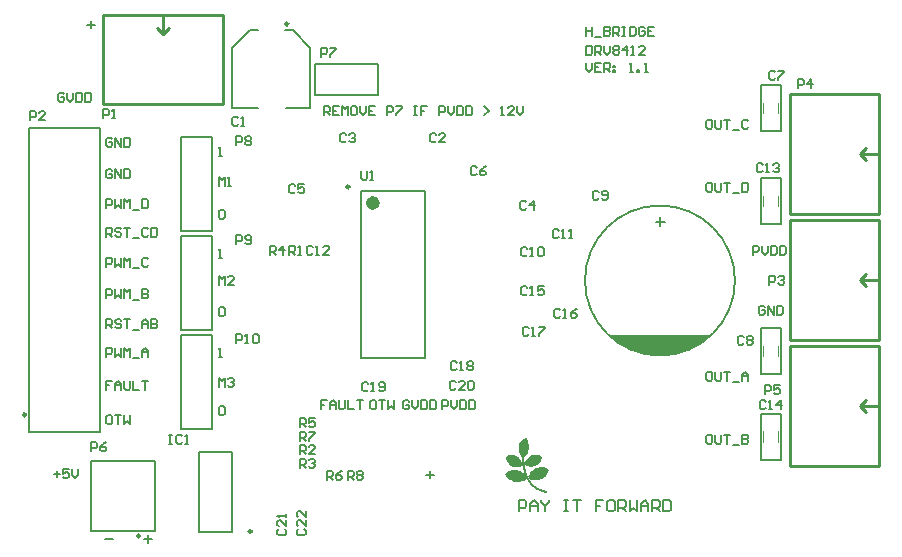
<source format=gto>
G04*
G04 #@! TF.GenerationSoftware,Altium Limited,Altium Designer,20.2.7 (254)*
G04*
G04 Layer_Color=65535*
%FSLAX24Y24*%
%MOIN*%
G70*
G04*
G04 #@! TF.SameCoordinates,4CE69676-7648-4ED1-8A92-EA0B7AD9E3AE*
G04*
G04*
G04 #@! TF.FilePolarity,Positive*
G04*
G01*
G75*
%ADD10C,0.0070*%
%ADD11C,0.0098*%
%ADD12C,0.0236*%
%ADD13R,0.0100X0.0100*%
%ADD14C,0.0079*%
%ADD15C,0.0050*%
%ADD16C,0.0040*%
%ADD17C,0.0100*%
%ADD18C,0.0079*%
G36*
X42606Y25865D02*
X42146Y25665D01*
X41786Y25595D01*
X41446Y25575D01*
X41156Y25585D01*
X40546Y25735D01*
X40206Y25895D01*
X39936Y26065D01*
X39956Y26075D01*
X39696Y26265D01*
X43186D01*
X42606Y25865D01*
D02*
G37*
G36*
X36530Y22272D02*
X36531Y22273D01*
X36531Y22273D01*
X36531Y22274D01*
X36533Y22274D01*
X36535Y22274D01*
X36589Y22265D01*
X36589Y22264D01*
X36590Y22264D01*
X36672Y22233D01*
X36673Y22232D01*
X36673Y22232D01*
X36718Y22204D01*
X36718Y22204D01*
X36718Y22204D01*
X36753Y22175D01*
X36753Y22174D01*
X36754Y22174D01*
X36811Y22085D01*
X36811Y22084D01*
X36811Y22084D01*
X36856Y21983D01*
X36856Y21982D01*
X36856Y21981D01*
Y21914D01*
X36856Y21914D01*
X36856Y21913D01*
X36855Y21912D01*
X36855Y21911D01*
X36854Y21910D01*
X36853Y21910D01*
X36819Y21891D01*
X36818Y21891D01*
X36818Y21890D01*
X36780Y21874D01*
X36779Y21874D01*
X36779Y21874D01*
X36734Y21868D01*
X36734Y21868D01*
X36734Y21868D01*
X36680Y21861D01*
X36680Y21861D01*
X36680Y21861D01*
X36572D01*
X36571Y21862D01*
X36570Y21862D01*
X36532Y21874D01*
X36532Y21874D01*
X36531Y21875D01*
X36471Y21906D01*
X36471Y21907D01*
X36470Y21907D01*
X36401Y21974D01*
X36400Y21974D01*
X36400Y21975D01*
X36374Y22016D01*
X36374Y22016D01*
X36374Y22016D01*
X36355Y22048D01*
X36355Y22048D01*
X36355Y22048D01*
X36320Y22131D01*
X36320Y22131D01*
X36320Y22131D01*
X36301Y22185D01*
X36301Y22186D01*
X36301Y22187D01*
X36301Y22188D01*
X36301Y22189D01*
X36302Y22190D01*
X36303Y22191D01*
X36360Y22235D01*
X36361Y22236D01*
X36361Y22236D01*
X36409Y22252D01*
X36409Y22252D01*
X36409Y22252D01*
X36460Y22268D01*
X36460Y22268D01*
X36461Y22268D01*
X36508Y22274D01*
X36509Y22274D01*
X36509Y22274D01*
X36530Y22272D01*
D02*
G37*
G36*
X37361Y22268D02*
X37362Y22268D01*
X37425Y22252D01*
X37426Y22252D01*
X37426Y22252D01*
X37474Y22230D01*
X37474Y22230D01*
X37474Y22230D01*
X37495Y22219D01*
X37527Y22203D01*
X37528Y22202D01*
X37529Y22201D01*
X37529Y22200D01*
X37529Y22200D01*
X37529Y22199D01*
X37530Y22199D01*
X37530Y22198D01*
X37530Y22198D01*
X37530Y22196D01*
X37531Y22195D01*
X37518Y22147D01*
X37518Y22147D01*
Y22147D01*
X37495Y22093D01*
X37495Y22092D01*
X37495Y22092D01*
X37467Y22047D01*
X37466Y22047D01*
X37466Y22047D01*
X37422Y21990D01*
X37421Y21990D01*
X37421Y21989D01*
X37364Y21939D01*
X37364Y21938D01*
X37363Y21938D01*
X37287Y21900D01*
X37287Y21900D01*
X37287Y21900D01*
X37236Y21881D01*
X37235Y21881D01*
X37234Y21880D01*
X37141Y21873D01*
X37141Y21873D01*
X37141Y21873D01*
X37103D01*
X37102Y21873D01*
X37102Y21873D01*
X37055Y21883D01*
X37055Y21883D01*
X37054Y21883D01*
X37013Y21892D01*
X37013Y21892D01*
X37013Y21892D01*
X36960Y21908D01*
X36938Y21911D01*
X36937Y21912D01*
X36935Y21912D01*
X36920Y21921D01*
X36920Y21922D01*
X36919Y21922D01*
X36918Y21923D01*
X36917Y21925D01*
X36917Y21925D01*
X36917Y21925D01*
X36911Y21982D01*
X36911Y21983D01*
X36911Y21983D01*
X36911Y21984D01*
X36912Y21986D01*
X36931Y22017D01*
X36931Y22018D01*
X36931Y22018D01*
X36953Y22049D01*
X36969Y22075D01*
X36969Y22075D01*
X36969Y22075D01*
X36988Y22097D01*
X37004Y22119D01*
X37004Y22120D01*
X37005Y22120D01*
X37023Y22135D01*
X37035Y22151D01*
X37036Y22151D01*
X37036Y22152D01*
X37065Y22174D01*
X37065Y22174D01*
X37065Y22174D01*
X37126Y22213D01*
X37127Y22213D01*
X37127Y22213D01*
X37184Y22242D01*
X37184Y22242D01*
X37185Y22243D01*
X37239Y22258D01*
X37239Y22258D01*
X37239Y22258D01*
X37299Y22268D01*
X37300Y22268D01*
X37300Y22268D01*
X37361D01*
X37361Y22268D01*
D02*
G37*
G36*
X36978Y22866D02*
X36979Y22866D01*
X36980Y22865D01*
X36982Y22864D01*
D01*
X36982Y22864D01*
X36982Y22864D01*
X37004Y22826D01*
X37004Y22825D01*
X37005Y22825D01*
X37017Y22797D01*
X37039Y22753D01*
X37039Y22752D01*
X37039Y22752D01*
X37058Y22695D01*
Y22695D01*
D01*
X37058Y22695D01*
X37059Y22695D01*
X37081Y22606D01*
X37081Y22606D01*
X37081Y22605D01*
Y22513D01*
X37081Y22512D01*
X37081Y22512D01*
X37075Y22446D01*
X37075Y22446D01*
X37075Y22445D01*
X37075Y22445D01*
X37056Y22372D01*
D01*
X37055Y22372D01*
X37055Y22371D01*
X37033Y22320D01*
X37032Y22320D01*
X37032Y22319D01*
X37015Y22298D01*
X37000Y22281D01*
X37000Y22281D01*
X37000Y22281D01*
X36883Y22142D01*
X36883Y22142D01*
X36883Y22142D01*
X36883Y22141D01*
X36883Y22141D01*
X36881Y22141D01*
X36880Y22140D01*
X36880Y22140D01*
X36879Y22140D01*
X36879Y22140D01*
X36879Y22140D01*
X36878Y22141D01*
X36876Y22141D01*
X36876Y22141D01*
X36876Y22142D01*
X36875Y22142D01*
X36875Y22142D01*
X36847Y22173D01*
X36846Y22174D01*
X36846Y22174D01*
X36818Y22222D01*
X36818Y22222D01*
X36818Y22222D01*
X36786Y22282D01*
X36786Y22282D01*
X36786Y22283D01*
X36757Y22349D01*
X36757Y22350D01*
X36757Y22350D01*
X36738Y22435D01*
X36738Y22436D01*
X36738Y22437D01*
D01*
X36741Y22523D01*
X36741Y22523D01*
X36741Y22524D01*
X36763Y22609D01*
X36763Y22609D01*
X36763Y22610D01*
X36789Y22676D01*
X36789Y22677D01*
X36789Y22677D01*
X36824Y22728D01*
X36824Y22728D01*
X36825Y22729D01*
X36866Y22776D01*
X36866Y22776D01*
X36866Y22777D01*
X36898Y22802D01*
X36933Y22833D01*
D01*
X36933Y22833D01*
X36933Y22834D01*
X36974Y22865D01*
D01*
X36974Y22865D01*
X36975Y22866D01*
D01*
X36976Y22866D01*
X36978Y22866D01*
X36978Y22866D01*
D02*
G37*
G36*
X37512Y21852D02*
X37512Y21852D01*
X37578Y21849D01*
X37581D01*
X37582Y21849D01*
X37583Y21849D01*
X37634Y21833D01*
X37634Y21833D01*
X37634Y21833D01*
X37681Y21814D01*
X37682Y21813D01*
X37683Y21813D01*
X37733Y21772D01*
X37734Y21771D01*
X37735Y21770D01*
X37735Y21769D01*
X37735Y21768D01*
X37735Y21767D01*
X37735Y21766D01*
X37716Y21700D01*
X37716Y21699D01*
X37716Y21699D01*
X37697Y21658D01*
X37697Y21658D01*
X37697Y21657D01*
X37671Y21613D01*
X37671Y21613D01*
X37671Y21613D01*
X37646Y21575D01*
X37646Y21575D01*
X37646Y21574D01*
X37617Y21539D01*
X37617Y21539D01*
X37617Y21539D01*
X37588Y21513D01*
X37588Y21513D01*
X37587Y21513D01*
X37524Y21469D01*
X37524Y21469D01*
X37524Y21468D01*
X37479Y21443D01*
X37479Y21443D01*
X37478Y21443D01*
X37415Y21421D01*
X37415Y21421D01*
X37414Y21420D01*
X37364Y21411D01*
X37363Y21411D01*
X37363Y21411D01*
X37296D01*
X37296Y21411D01*
X37296Y21411D01*
X37153Y21430D01*
X37152Y21430D01*
X37151Y21430D01*
X37075Y21465D01*
X37074Y21466D01*
X37073Y21467D01*
X37073Y21468D01*
X37073Y21468D01*
X37073Y21470D01*
X37072Y21471D01*
X37075Y21488D01*
X37041Y21550D01*
X37041Y21551D01*
X37041Y21551D01*
X37041Y21552D01*
X37041Y21552D01*
X37041Y21553D01*
X37041Y21554D01*
X37041Y21555D01*
X37042Y21556D01*
X37099Y21635D01*
X37099Y21635D01*
X37099Y21635D01*
X37159Y21708D01*
X37160Y21708D01*
X37160Y21708D01*
X37191Y21737D01*
X37192Y21737D01*
X37192Y21737D01*
X37224Y21759D01*
X37224Y21759D01*
X37224Y21760D01*
X37259Y21779D01*
X37316Y21813D01*
X37316Y21813D01*
X37316Y21814D01*
X37383Y21839D01*
X37384Y21839D01*
X37384Y21839D01*
X37450Y21852D01*
X37451Y21852D01*
X37451Y21852D01*
X37512D01*
X37512Y21852D01*
D02*
G37*
G36*
X36647Y21754D02*
X36648Y21754D01*
X36648Y21754D01*
X36708Y21744D01*
X36709Y21744D01*
X36709Y21744D01*
X36747Y21731D01*
X36747Y21731D01*
X36747Y21731D01*
X36801Y21709D01*
X36801Y21709D01*
X36801Y21709D01*
X36849Y21687D01*
X36849Y21687D01*
X36849Y21687D01*
X36882Y21667D01*
X36882Y21667D01*
X36884Y21668D01*
X36884Y21668D01*
X36884Y21668D01*
X36886Y21668D01*
X36888Y21668D01*
X36941Y21633D01*
X36942Y21631D01*
X36944Y21630D01*
X36944Y21630D01*
X36944Y21629D01*
X36943Y21628D01*
X36943Y21626D01*
X36943Y21626D01*
X36943Y21625D01*
X36941Y21624D01*
X36940Y21623D01*
X36940Y21623D01*
X36939Y21623D01*
X36938Y21623D01*
X36936Y21624D01*
X36936Y21624D01*
X36955Y21600D01*
X36955Y21600D01*
X36955Y21600D01*
X36956Y21598D01*
X36956Y21596D01*
X36956Y21596D01*
X36956Y21596D01*
X36954Y21580D01*
X36980Y21553D01*
X36981Y21552D01*
X36981Y21551D01*
X37019Y21459D01*
X37019Y21458D01*
X37020Y21457D01*
X37019Y21457D01*
X37019Y21456D01*
X37019Y21455D01*
Y21455D01*
X37019Y21455D01*
X37018Y21454D01*
X37017Y21453D01*
X37017Y21452D01*
X36915Y21402D01*
X36915Y21402D01*
X36915Y21402D01*
X36851Y21379D01*
X36851Y21379D01*
X36851Y21379D01*
X36788Y21360D01*
X36787Y21360D01*
X36787Y21360D01*
X36724Y21354D01*
X36723Y21354D01*
X36723Y21354D01*
X36634Y21357D01*
X36634Y21357D01*
X36633Y21357D01*
X36586Y21366D01*
X36586Y21367D01*
X36585Y21367D01*
X36537Y21386D01*
X36537Y21386D01*
X36537Y21386D01*
X36486Y21408D01*
X36486Y21408D01*
X36486Y21408D01*
X36432Y21440D01*
X36432Y21441D01*
X36431Y21441D01*
X36419Y21453D01*
X36409Y21455D01*
X36407Y21456D01*
X36405Y21457D01*
X36377Y21492D01*
X36352Y21520D01*
X36352Y21520D01*
X36351Y21520D01*
X36326Y21552D01*
X36326Y21552D01*
X36326Y21553D01*
X36310Y21581D01*
X36310Y21582D01*
X36310Y21582D01*
X36294Y21616D01*
X36294Y21618D01*
X36293Y21619D01*
X36294Y21620D01*
X36294Y21621D01*
X36294Y21621D01*
X36295Y21623D01*
X36355Y21680D01*
X36356Y21680D01*
X36356Y21680D01*
X36397Y21712D01*
X36397Y21712D01*
X36398Y21712D01*
X36430Y21725D01*
X36452Y21735D01*
X36452Y21735D01*
X36452Y21735D01*
X36490Y21747D01*
X36491Y21747D01*
X36491Y21748D01*
X36529Y21754D01*
X36529Y21754D01*
X36530Y21754D01*
X36574Y21757D01*
X36574Y21757D01*
X36575Y21757D01*
X36647Y21754D01*
D02*
G37*
D10*
X43946Y28075D02*
G03*
X43946Y28075I-2500J0D01*
G01*
X41306Y30025D02*
X41616D01*
X41456Y29885D02*
Y30175D01*
X36746Y20375D02*
Y20750D01*
X36933D01*
X36996Y20687D01*
Y20562D01*
X36933Y20500D01*
X36746D01*
X37121Y20375D02*
Y20625D01*
X37246Y20750D01*
X37370Y20625D01*
Y20375D01*
Y20562D01*
X37121D01*
X37495Y20750D02*
Y20687D01*
X37620Y20562D01*
X37745Y20687D01*
Y20750D01*
X37620Y20562D02*
Y20375D01*
X38245Y20750D02*
X38370D01*
X38308D01*
Y20375D01*
X38245D01*
X38370D01*
X38558Y20750D02*
X38807D01*
X38683D01*
Y20375D01*
X39557Y20750D02*
X39307D01*
Y20562D01*
X39432D01*
X39307D01*
Y20375D01*
X39870Y20750D02*
X39745D01*
X39682Y20687D01*
Y20437D01*
X39745Y20375D01*
X39870D01*
X39932Y20437D01*
Y20687D01*
X39870Y20750D01*
X40057Y20375D02*
Y20750D01*
X40245D01*
X40307Y20687D01*
Y20562D01*
X40245Y20500D01*
X40057D01*
X40182D02*
X40307Y20375D01*
X40432Y20750D02*
Y20375D01*
X40557Y20500D01*
X40682Y20375D01*
Y20750D01*
X40807Y20375D02*
Y20625D01*
X40932Y20750D01*
X41057Y20625D01*
Y20375D01*
Y20562D01*
X40807D01*
X41182Y20375D02*
Y20750D01*
X41369D01*
X41432Y20687D01*
Y20562D01*
X41369Y20500D01*
X41182D01*
X41307D02*
X41432Y20375D01*
X41557Y20750D02*
Y20375D01*
X41744D01*
X41807Y20437D01*
Y20687D01*
X41744Y20750D01*
X41557D01*
D11*
X29057Y36631D02*
G03*
X29057Y36631I-49J0D01*
G01*
X31099Y31195D02*
G03*
X31099Y31195I-49J0D01*
G01*
X20311Y23600D02*
G03*
X20311Y23600I-49J0D01*
G01*
X27837Y19706D02*
G03*
X27837Y19706I-49J0D01*
G01*
X24113Y19562D02*
G03*
X24113Y19562I-49J0D01*
G01*
D12*
X31995Y30657D02*
G03*
X31995Y30657I-118J0D01*
G01*
D13*
X37646Y21025D02*
D03*
D14*
X25470Y23141D02*
X26530D01*
Y26259D01*
X25470D02*
X26530D01*
X25470Y23141D02*
Y26259D01*
Y26441D02*
X26530D01*
Y29559D01*
X25470D02*
X26530D01*
X25470Y26441D02*
Y29559D01*
Y29741D02*
X26530D01*
Y32859D01*
X25470D02*
X26530D01*
X25470Y29741D02*
Y32859D01*
X32055Y34245D02*
Y35305D01*
X29937D02*
X32055D01*
X29937Y34245D02*
Y35305D01*
Y34245D02*
X32055D01*
X27196Y35834D02*
X27787Y36424D01*
X29204D02*
X29795Y35834D01*
X28988Y33826D02*
X29795D01*
X27196D02*
X28043D01*
X29795D02*
Y35834D01*
X27196Y33826D02*
Y35834D01*
X28948Y36424D02*
X29204D01*
X27787D02*
X28043D01*
X31483Y25499D02*
X33609D01*
X31483Y31051D02*
X33609D01*
Y25499D02*
Y31051D01*
X31483Y25499D02*
Y31051D01*
X20429Y23033D02*
Y33167D01*
Y23033D02*
X22771D01*
Y33167D01*
X20429D02*
X22771D01*
X27197Y19706D02*
Y22344D01*
X26094Y19706D02*
Y22344D01*
Y19706D02*
X27197D01*
X26094Y22344D02*
X27197D01*
X22497Y19729D02*
Y22071D01*
X24630D01*
Y19729D02*
Y22071D01*
X22497Y19729D02*
X24630D01*
D15*
X44816Y29955D02*
X45486D01*
X44816D02*
Y31485D01*
X45486D01*
Y29955D02*
Y31485D01*
X44816Y33055D02*
X45486D01*
X44816D02*
Y34585D01*
X45486D01*
Y33055D02*
Y34585D01*
X44816Y24955D02*
X45486D01*
X44816D02*
Y26485D01*
X45486D01*
Y24955D02*
Y26485D01*
X44816Y22105D02*
X45486D01*
X44816D02*
Y23635D01*
X45486D01*
Y22105D02*
Y23635D01*
X23146Y23575D02*
X23046D01*
X22996Y23525D01*
Y23325D01*
X23046Y23275D01*
X23146D01*
X23196Y23325D01*
Y23525D01*
X23146Y23575D01*
X23296D02*
X23496D01*
X23396D01*
Y23275D01*
X23595Y23575D02*
Y23275D01*
X23695Y23375D01*
X23795Y23275D01*
Y23575D01*
X21246Y21625D02*
X21446D01*
X21346Y21725D02*
Y21525D01*
X21746Y21775D02*
X21546D01*
Y21625D01*
X21646Y21675D01*
X21696D01*
X21746Y21625D01*
Y21525D01*
X21696Y21475D01*
X21596D01*
X21546Y21525D01*
X21845Y21775D02*
Y21575D01*
X21945Y21475D01*
X22045Y21575D01*
Y21775D01*
X43146Y33425D02*
X43046D01*
X42996Y33375D01*
Y33175D01*
X43046Y33125D01*
X43146D01*
X43196Y33175D01*
Y33375D01*
X43146Y33425D01*
X43296D02*
Y33175D01*
X43346Y33125D01*
X43446D01*
X43496Y33175D01*
Y33425D01*
X43595D02*
X43795D01*
X43695D01*
Y33125D01*
X43895Y33075D02*
X44095D01*
X44395Y33375D02*
X44345Y33425D01*
X44245D01*
X44195Y33375D01*
Y33175D01*
X44245Y33125D01*
X44345D01*
X44395Y33175D01*
X43146Y31325D02*
X43046D01*
X42996Y31275D01*
Y31075D01*
X43046Y31025D01*
X43146D01*
X43196Y31075D01*
Y31275D01*
X43146Y31325D01*
X43296D02*
Y31075D01*
X43346Y31025D01*
X43446D01*
X43496Y31075D01*
Y31325D01*
X43595D02*
X43795D01*
X43695D01*
Y31025D01*
X43895Y30975D02*
X44095D01*
X44195Y31325D02*
Y31025D01*
X44345D01*
X44395Y31075D01*
Y31275D01*
X44345Y31325D01*
X44195D01*
X43146Y22925D02*
X43046D01*
X42996Y22875D01*
Y22675D01*
X43046Y22625D01*
X43146D01*
X43196Y22675D01*
Y22875D01*
X43146Y22925D01*
X43296D02*
Y22675D01*
X43346Y22625D01*
X43446D01*
X43496Y22675D01*
Y22925D01*
X43595D02*
X43795D01*
X43695D01*
Y22625D01*
X43895Y22575D02*
X44095D01*
X44195Y22925D02*
Y22625D01*
X44345D01*
X44395Y22675D01*
Y22725D01*
X44345Y22775D01*
X44195D01*
X44345D01*
X44395Y22825D01*
Y22875D01*
X44345Y22925D01*
X44195D01*
X43146Y25025D02*
X43046D01*
X42996Y24975D01*
Y24775D01*
X43046Y24725D01*
X43146D01*
X43196Y24775D01*
Y24975D01*
X43146Y25025D01*
X43296D02*
Y24775D01*
X43346Y24725D01*
X43446D01*
X43496Y24775D01*
Y25025D01*
X43595D02*
X43795D01*
X43695D01*
Y24725D01*
X43895Y24675D02*
X44095D01*
X44195Y24725D02*
Y24925D01*
X44295Y25025D01*
X44395Y24925D01*
Y24725D01*
Y24875D01*
X44195D01*
X44946Y27175D02*
X44896Y27225D01*
X44796D01*
X44746Y27175D01*
Y26975D01*
X44796Y26925D01*
X44896D01*
X44946Y26975D01*
Y27075D01*
X44846D01*
X45046Y26925D02*
Y27225D01*
X45246Y26925D01*
Y27225D01*
X45345D02*
Y26925D01*
X45495D01*
X45545Y26975D01*
Y27175D01*
X45495Y27225D01*
X45345D01*
X44546Y28925D02*
Y29225D01*
X44696D01*
X44746Y29175D01*
Y29075D01*
X44696Y29025D01*
X44546D01*
X44846Y29225D02*
Y29025D01*
X44946Y28925D01*
X45046Y29025D01*
Y29225D01*
X45145D02*
Y28925D01*
X45295D01*
X45345Y28975D01*
Y29175D01*
X45295Y29225D01*
X45145D01*
X45445D02*
Y28925D01*
X45595D01*
X45645Y28975D01*
Y29175D01*
X45595Y29225D01*
X45445D01*
X34196Y23775D02*
Y24075D01*
X34346D01*
X34396Y24025D01*
Y23925D01*
X34346Y23875D01*
X34196D01*
X34496Y24075D02*
Y23875D01*
X34596Y23775D01*
X34696Y23875D01*
Y24075D01*
X34795D02*
Y23775D01*
X34945D01*
X34995Y23825D01*
Y24025D01*
X34945Y24075D01*
X34795D01*
X35095D02*
Y23775D01*
X35245D01*
X35295Y23825D01*
Y24025D01*
X35245Y24075D01*
X35095D01*
X33096Y24025D02*
X33046Y24075D01*
X32946D01*
X32896Y24025D01*
Y23825D01*
X32946Y23775D01*
X33046D01*
X33096Y23825D01*
Y23925D01*
X32996D01*
X33196Y24075D02*
Y23875D01*
X33296Y23775D01*
X33396Y23875D01*
Y24075D01*
X33495D02*
Y23775D01*
X33645D01*
X33695Y23825D01*
Y24025D01*
X33645Y24075D01*
X33495D01*
X33795D02*
Y23775D01*
X33945D01*
X33995Y23825D01*
Y24025D01*
X33945Y24075D01*
X33795D01*
X31946D02*
X31846D01*
X31796Y24025D01*
Y23825D01*
X31846Y23775D01*
X31946D01*
X31996Y23825D01*
Y24025D01*
X31946Y24075D01*
X32096D02*
X32296D01*
X32196D01*
Y23775D01*
X32395Y24075D02*
Y23775D01*
X32495Y23875D01*
X32595Y23775D01*
Y24075D01*
X30346D02*
X30146D01*
Y23925D01*
X30246D01*
X30146D01*
Y23775D01*
X30446D02*
Y23975D01*
X30546Y24075D01*
X30646Y23975D01*
Y23775D01*
Y23925D01*
X30446D01*
X30745Y24075D02*
Y23825D01*
X30795Y23775D01*
X30895D01*
X30945Y23825D01*
Y24075D01*
X31045D02*
Y23775D01*
X31245D01*
X31345Y24075D02*
X31545D01*
X31445D01*
Y23775D01*
X21596Y34275D02*
X21546Y34325D01*
X21446D01*
X21396Y34275D01*
Y34075D01*
X21446Y34025D01*
X21546D01*
X21596Y34075D01*
Y34175D01*
X21496D01*
X21696Y34325D02*
Y34125D01*
X21796Y34025D01*
X21896Y34125D01*
Y34325D01*
X21995D02*
Y34025D01*
X22145D01*
X22195Y34075D01*
Y34275D01*
X22145Y34325D01*
X21995D01*
X22295D02*
Y34025D01*
X22445D01*
X22495Y34075D01*
Y34275D01*
X22445Y34325D01*
X22295D01*
X38996Y36525D02*
Y36225D01*
Y36375D01*
X39196D01*
Y36525D01*
Y36225D01*
X39296Y36175D02*
X39496D01*
X39595Y36525D02*
Y36225D01*
X39745D01*
X39795Y36275D01*
Y36325D01*
X39745Y36375D01*
X39595D01*
X39745D01*
X39795Y36425D01*
Y36475D01*
X39745Y36525D01*
X39595D01*
X39895Y36225D02*
Y36525D01*
X40045D01*
X40095Y36475D01*
Y36375D01*
X40045Y36325D01*
X39895D01*
X39995D02*
X40095Y36225D01*
X40195Y36525D02*
X40295D01*
X40245D01*
Y36225D01*
X40195D01*
X40295D01*
X40445Y36525D02*
Y36225D01*
X40595D01*
X40645Y36275D01*
Y36475D01*
X40595Y36525D01*
X40445D01*
X40945Y36475D02*
X40895Y36525D01*
X40795D01*
X40745Y36475D01*
Y36275D01*
X40795Y36225D01*
X40895D01*
X40945Y36275D01*
Y36375D01*
X40845D01*
X41245Y36525D02*
X41045D01*
Y36225D01*
X41245D01*
X41045Y36375D02*
X41145D01*
X38996Y35900D02*
Y35600D01*
X39146D01*
X39196Y35650D01*
Y35850D01*
X39146Y35900D01*
X38996D01*
X39296Y35600D02*
Y35900D01*
X39446D01*
X39496Y35850D01*
Y35750D01*
X39446Y35700D01*
X39296D01*
X39396D02*
X39496Y35600D01*
X39595Y35900D02*
Y35700D01*
X39695Y35600D01*
X39795Y35700D01*
Y35900D01*
X39895Y35850D02*
X39945Y35900D01*
X40045D01*
X40095Y35850D01*
Y35800D01*
X40045Y35750D01*
X40095Y35700D01*
Y35650D01*
X40045Y35600D01*
X39945D01*
X39895Y35650D01*
Y35700D01*
X39945Y35750D01*
X39895Y35800D01*
Y35850D01*
X39945Y35750D02*
X40045D01*
X40345Y35600D02*
Y35900D01*
X40195Y35750D01*
X40395D01*
X40495Y35600D02*
X40595D01*
X40545D01*
Y35900D01*
X40495Y35850D01*
X40945Y35600D02*
X40745D01*
X40945Y35800D01*
Y35850D01*
X40895Y35900D01*
X40795D01*
X40745Y35850D01*
X38996Y35325D02*
Y35125D01*
X39096Y35025D01*
X39196Y35125D01*
Y35325D01*
X39496D02*
X39296D01*
Y35025D01*
X39496D01*
X39296Y35175D02*
X39396D01*
X39595Y35025D02*
Y35325D01*
X39745D01*
X39795Y35275D01*
Y35175D01*
X39745Y35125D01*
X39595D01*
X39695D02*
X39795Y35025D01*
X39895Y35225D02*
X39945D01*
Y35175D01*
X39895D01*
Y35225D01*
Y35075D02*
X39945D01*
Y35025D01*
X39895D01*
Y35075D01*
X40445Y35025D02*
X40545D01*
X40495D01*
Y35325D01*
X40445Y35275D01*
X40695Y35025D02*
Y35075D01*
X40745D01*
Y35025D01*
X40695D01*
X40945D02*
X41045D01*
X40995D01*
Y35325D01*
X40945Y35275D01*
X30246Y33575D02*
Y33875D01*
X30396D01*
X30446Y33825D01*
Y33725D01*
X30396Y33675D01*
X30246D01*
X30346D02*
X30446Y33575D01*
X30746Y33875D02*
X30546D01*
Y33575D01*
X30746D01*
X30546Y33725D02*
X30646D01*
X30845Y33575D02*
Y33875D01*
X30945Y33775D01*
X31045Y33875D01*
Y33575D01*
X31295Y33875D02*
X31195D01*
X31145Y33825D01*
Y33625D01*
X31195Y33575D01*
X31295D01*
X31345Y33625D01*
Y33825D01*
X31295Y33875D01*
X31445D02*
Y33675D01*
X31545Y33575D01*
X31645Y33675D01*
Y33875D01*
X31945D02*
X31745D01*
Y33575D01*
X31945D01*
X31745Y33725D02*
X31845D01*
X32345Y33575D02*
Y33875D01*
X32495D01*
X32545Y33825D01*
Y33725D01*
X32495Y33675D01*
X32345D01*
X32645Y33875D02*
X32845D01*
Y33825D01*
X32645Y33625D01*
Y33575D01*
X33245Y33875D02*
X33345D01*
X33295D01*
Y33575D01*
X33245D01*
X33345D01*
X33695Y33875D02*
X33495D01*
Y33725D01*
X33595D01*
X33495D01*
Y33575D01*
X34094D02*
Y33875D01*
X34244D01*
X34294Y33825D01*
Y33725D01*
X34244Y33675D01*
X34094D01*
X34394Y33875D02*
Y33675D01*
X34494Y33575D01*
X34594Y33675D01*
Y33875D01*
X34694D02*
Y33575D01*
X34844D01*
X34894Y33625D01*
Y33825D01*
X34844Y33875D01*
X34694D01*
X34994D02*
Y33575D01*
X35144D01*
X35194Y33625D01*
Y33825D01*
X35144Y33875D01*
X34994D01*
X35594Y33575D02*
X35744Y33725D01*
X35594Y33875D01*
X36144Y33575D02*
X36244D01*
X36194D01*
Y33875D01*
X36144Y33825D01*
X36594Y33575D02*
X36394D01*
X36594Y33775D01*
Y33825D01*
X36544Y33875D01*
X36444D01*
X36394Y33825D01*
X36694Y33875D02*
Y33675D01*
X36794Y33575D01*
X36894Y33675D01*
Y33875D01*
X23196Y24725D02*
X22996D01*
Y24575D01*
X23096D01*
X22996D01*
Y24425D01*
X23296D02*
Y24625D01*
X23396Y24725D01*
X23496Y24625D01*
Y24425D01*
Y24575D01*
X23296D01*
X23595Y24725D02*
Y24475D01*
X23645Y24425D01*
X23745D01*
X23795Y24475D01*
Y24725D01*
X23895D02*
Y24425D01*
X24095D01*
X24195Y24725D02*
X24395D01*
X24295D01*
Y24425D01*
X22996Y25525D02*
Y25825D01*
X23146D01*
X23196Y25775D01*
Y25675D01*
X23146Y25625D01*
X22996D01*
X23296Y25825D02*
Y25525D01*
X23396Y25625D01*
X23496Y25525D01*
Y25825D01*
X23595Y25525D02*
Y25825D01*
X23695Y25725D01*
X23795Y25825D01*
Y25525D01*
X23895Y25475D02*
X24095D01*
X24195Y25525D02*
Y25725D01*
X24295Y25825D01*
X24395Y25725D01*
Y25525D01*
Y25675D01*
X24195D01*
X22996Y26475D02*
Y26775D01*
X23146D01*
X23196Y26725D01*
Y26625D01*
X23146Y26575D01*
X22996D01*
X23096D02*
X23196Y26475D01*
X23496Y26725D02*
X23446Y26775D01*
X23346D01*
X23296Y26725D01*
Y26675D01*
X23346Y26625D01*
X23446D01*
X23496Y26575D01*
Y26525D01*
X23446Y26475D01*
X23346D01*
X23296Y26525D01*
X23595Y26775D02*
X23795D01*
X23695D01*
Y26475D01*
X23895Y26425D02*
X24095D01*
X24195Y26475D02*
Y26675D01*
X24295Y26775D01*
X24395Y26675D01*
Y26475D01*
Y26625D01*
X24195D01*
X24495Y26775D02*
Y26475D01*
X24645D01*
X24695Y26525D01*
Y26575D01*
X24645Y26625D01*
X24495D01*
X24645D01*
X24695Y26675D01*
Y26725D01*
X24645Y26775D01*
X24495D01*
X22996Y27475D02*
Y27775D01*
X23146D01*
X23196Y27725D01*
Y27625D01*
X23146Y27575D01*
X22996D01*
X23296Y27775D02*
Y27475D01*
X23396Y27575D01*
X23496Y27475D01*
Y27775D01*
X23595Y27475D02*
Y27775D01*
X23695Y27675D01*
X23795Y27775D01*
Y27475D01*
X23895Y27425D02*
X24095D01*
X24195Y27775D02*
Y27475D01*
X24345D01*
X24395Y27525D01*
Y27575D01*
X24345Y27625D01*
X24195D01*
X24345D01*
X24395Y27675D01*
Y27725D01*
X24345Y27775D01*
X24195D01*
X22996Y28525D02*
Y28825D01*
X23146D01*
X23196Y28775D01*
Y28675D01*
X23146Y28625D01*
X22996D01*
X23296Y28825D02*
Y28525D01*
X23396Y28625D01*
X23496Y28525D01*
Y28825D01*
X23595Y28525D02*
Y28825D01*
X23695Y28725D01*
X23795Y28825D01*
Y28525D01*
X23895Y28475D02*
X24095D01*
X24395Y28775D02*
X24345Y28825D01*
X24245D01*
X24195Y28775D01*
Y28575D01*
X24245Y28525D01*
X24345D01*
X24395Y28575D01*
X22996Y29525D02*
Y29825D01*
X23146D01*
X23196Y29775D01*
Y29675D01*
X23146Y29625D01*
X22996D01*
X23096D02*
X23196Y29525D01*
X23496Y29775D02*
X23446Y29825D01*
X23346D01*
X23296Y29775D01*
Y29725D01*
X23346Y29675D01*
X23446D01*
X23496Y29625D01*
Y29575D01*
X23446Y29525D01*
X23346D01*
X23296Y29575D01*
X23595Y29825D02*
X23795D01*
X23695D01*
Y29525D01*
X23895Y29475D02*
X24095D01*
X24395Y29775D02*
X24345Y29825D01*
X24245D01*
X24195Y29775D01*
Y29575D01*
X24245Y29525D01*
X24345D01*
X24395Y29575D01*
X24495Y29825D02*
Y29525D01*
X24645D01*
X24695Y29575D01*
Y29775D01*
X24645Y29825D01*
X24495D01*
X22996Y30475D02*
Y30775D01*
X23146D01*
X23196Y30725D01*
Y30625D01*
X23146Y30575D01*
X22996D01*
X23296Y30775D02*
Y30475D01*
X23396Y30575D01*
X23496Y30475D01*
Y30775D01*
X23595Y30475D02*
Y30775D01*
X23695Y30675D01*
X23795Y30775D01*
Y30475D01*
X23895Y30425D02*
X24095D01*
X24195Y30775D02*
Y30475D01*
X24345D01*
X24395Y30525D01*
Y30725D01*
X24345Y30775D01*
X24195D01*
X23196Y31725D02*
X23146Y31775D01*
X23046D01*
X22996Y31725D01*
Y31525D01*
X23046Y31475D01*
X23146D01*
X23196Y31525D01*
Y31625D01*
X23096D01*
X23296Y31475D02*
Y31775D01*
X23496Y31475D01*
Y31775D01*
X23595D02*
Y31475D01*
X23745D01*
X23795Y31525D01*
Y31725D01*
X23745Y31775D01*
X23595D01*
X23196Y32775D02*
X23146Y32825D01*
X23046D01*
X22996Y32775D01*
Y32575D01*
X23046Y32525D01*
X23146D01*
X23196Y32575D01*
Y32675D01*
X23096D01*
X23296Y32525D02*
Y32825D01*
X23496Y32525D01*
Y32825D01*
X23595D02*
Y32525D01*
X23745D01*
X23795Y32575D01*
Y32775D01*
X23745Y32825D01*
X23595D01*
X26746Y30375D02*
X26796Y30425D01*
X26896D01*
X26946Y30375D01*
Y30175D01*
X26896Y30125D01*
X26796D01*
X26746Y30175D01*
Y30375D01*
Y27125D02*
X26796Y27175D01*
X26896D01*
X26946Y27125D01*
Y26925D01*
X26896Y26875D01*
X26796D01*
X26746Y26925D01*
Y27125D01*
Y23825D02*
X26796Y23875D01*
X26896D01*
X26946Y23825D01*
Y23625D01*
X26896Y23575D01*
X26796D01*
X26746Y23625D01*
Y23825D01*
Y25525D02*
X26846D01*
X26796D01*
Y25825D01*
X26746Y25775D01*
Y28825D02*
X26846D01*
X26796D01*
Y29125D01*
X26746Y29075D01*
Y32225D02*
X26846D01*
X26796D01*
Y32525D01*
X26746Y32475D01*
Y24525D02*
Y24825D01*
X26846Y24725D01*
X26946Y24825D01*
Y24525D01*
X27046Y24775D02*
X27096Y24825D01*
X27196D01*
X27246Y24775D01*
Y24725D01*
X27196Y24675D01*
X27146D01*
X27196D01*
X27246Y24625D01*
Y24575D01*
X27196Y24525D01*
X27096D01*
X27046Y24575D01*
X26746Y31225D02*
Y31525D01*
X26846Y31425D01*
X26946Y31525D01*
Y31225D01*
X27046D02*
X27146D01*
X27096D01*
Y31525D01*
X27046Y31475D01*
X26746Y27925D02*
Y28225D01*
X26846Y28125D01*
X26946Y28225D01*
Y27925D01*
X27246D02*
X27046D01*
X27246Y28125D01*
Y28175D01*
X27196Y28225D01*
X27096D01*
X27046Y28175D01*
X22946Y19454D02*
X23203D01*
X33774Y21732D02*
Y21475D01*
X33646Y21604D02*
X33903D01*
X22474Y36732D02*
Y36475D01*
X22346Y36604D02*
X22603D01*
X24374Y19582D02*
Y19325D01*
X24246Y19454D02*
X24503D01*
X22496Y22375D02*
Y22675D01*
X22646D01*
X22696Y22625D01*
Y22525D01*
X22646Y22475D01*
X22496D01*
X22996Y22675D02*
X22896Y22625D01*
X22796Y22525D01*
Y22425D01*
X22846Y22375D01*
X22946D01*
X22996Y22425D01*
Y22475D01*
X22946Y22525D01*
X22796D01*
X31496Y31725D02*
Y31475D01*
X31546Y31425D01*
X31646D01*
X31696Y31475D01*
Y31725D01*
X31796Y31425D02*
X31896D01*
X31846D01*
Y31725D01*
X31796Y31675D01*
X31046Y21425D02*
Y21725D01*
X31196D01*
X31246Y21675D01*
Y21575D01*
X31196Y21525D01*
X31046D01*
X31146D02*
X31246Y21425D01*
X31346Y21675D02*
X31396Y21725D01*
X31496D01*
X31546Y21675D01*
Y21625D01*
X31496Y21575D01*
X31546Y21525D01*
Y21475D01*
X31496Y21425D01*
X31396D01*
X31346Y21475D01*
Y21525D01*
X31396Y21575D01*
X31346Y21625D01*
Y21675D01*
X31396Y21575D02*
X31496D01*
X29446Y22725D02*
Y23025D01*
X29596D01*
X29646Y22975D01*
Y22875D01*
X29596Y22825D01*
X29446D01*
X29546D02*
X29646Y22725D01*
X29746Y23025D02*
X29946D01*
Y22975D01*
X29746Y22775D01*
Y22725D01*
X30346Y21425D02*
Y21725D01*
X30496D01*
X30546Y21675D01*
Y21575D01*
X30496Y21525D01*
X30346D01*
X30446D02*
X30546Y21425D01*
X30846Y21725D02*
X30746Y21675D01*
X30646Y21575D01*
Y21475D01*
X30696Y21425D01*
X30796D01*
X30846Y21475D01*
Y21525D01*
X30796Y21575D01*
X30646D01*
X29446Y23175D02*
Y23475D01*
X29596D01*
X29646Y23425D01*
Y23325D01*
X29596Y23275D01*
X29446D01*
X29546D02*
X29646Y23175D01*
X29946Y23475D02*
X29746D01*
Y23325D01*
X29846Y23375D01*
X29896D01*
X29946Y23325D01*
Y23225D01*
X29896Y23175D01*
X29796D01*
X29746Y23225D01*
X28446Y28925D02*
Y29225D01*
X28596D01*
X28646Y29175D01*
Y29075D01*
X28596Y29025D01*
X28446D01*
X28546D02*
X28646Y28925D01*
X28896D02*
Y29225D01*
X28746Y29075D01*
X28946D01*
X29446Y21825D02*
Y22125D01*
X29596D01*
X29646Y22075D01*
Y21975D01*
X29596Y21925D01*
X29446D01*
X29546D02*
X29646Y21825D01*
X29746Y22075D02*
X29796Y22125D01*
X29896D01*
X29946Y22075D01*
Y22025D01*
X29896Y21975D01*
X29846D01*
X29896D01*
X29946Y21925D01*
Y21875D01*
X29896Y21825D01*
X29796D01*
X29746Y21875D01*
X29446Y22275D02*
Y22575D01*
X29596D01*
X29646Y22525D01*
Y22425D01*
X29596Y22375D01*
X29446D01*
X29546D02*
X29646Y22275D01*
X29946D02*
X29746D01*
X29946Y22475D01*
Y22525D01*
X29896Y22575D01*
X29796D01*
X29746Y22525D01*
X29096Y28925D02*
Y29225D01*
X29246D01*
X29296Y29175D01*
Y29075D01*
X29246Y29025D01*
X29096D01*
X29196D02*
X29296Y28925D01*
X29396D02*
X29496D01*
X29446D01*
Y29225D01*
X29396Y29175D01*
X27321Y25975D02*
Y26275D01*
X27471D01*
X27521Y26225D01*
Y26125D01*
X27471Y26075D01*
X27321D01*
X27621Y25975D02*
X27721D01*
X27671D01*
Y26275D01*
X27621Y26225D01*
X27871D02*
X27921Y26275D01*
X28021D01*
X28071Y26225D01*
Y26025D01*
X28021Y25975D01*
X27921D01*
X27871Y26025D01*
Y26225D01*
X27321Y29275D02*
Y29575D01*
X27471D01*
X27521Y29525D01*
Y29425D01*
X27471Y29375D01*
X27321D01*
X27621Y29325D02*
X27671Y29275D01*
X27771D01*
X27821Y29325D01*
Y29525D01*
X27771Y29575D01*
X27671D01*
X27621Y29525D01*
Y29475D01*
X27671Y29425D01*
X27821D01*
X27321Y32575D02*
Y32875D01*
X27471D01*
X27521Y32825D01*
Y32725D01*
X27471Y32675D01*
X27321D01*
X27621Y32825D02*
X27671Y32875D01*
X27771D01*
X27821Y32825D01*
Y32775D01*
X27771Y32725D01*
X27821Y32675D01*
Y32625D01*
X27771Y32575D01*
X27671D01*
X27621Y32625D01*
Y32675D01*
X27671Y32725D01*
X27621Y32775D01*
Y32825D01*
X27671Y32725D02*
X27771D01*
X30150Y35540D02*
Y35840D01*
X30300D01*
X30350Y35790D01*
Y35690D01*
X30300Y35640D01*
X30150D01*
X30450Y35840D02*
X30650D01*
Y35790D01*
X30450Y35590D01*
Y35540D01*
X44946Y24275D02*
Y24575D01*
X45096D01*
X45146Y24525D01*
Y24425D01*
X45096Y24375D01*
X44946D01*
X45446Y24575D02*
X45246D01*
Y24425D01*
X45346Y24475D01*
X45396D01*
X45446Y24425D01*
Y24325D01*
X45396Y24275D01*
X45296D01*
X45246Y24325D01*
X46040Y34480D02*
Y34780D01*
X46190D01*
X46240Y34730D01*
Y34630D01*
X46190Y34580D01*
X46040D01*
X46490Y34480D02*
Y34780D01*
X46340Y34630D01*
X46540D01*
X45096Y27925D02*
Y28225D01*
X45246D01*
X45296Y28175D01*
Y28075D01*
X45246Y28025D01*
X45096D01*
X45396Y28175D02*
X45446Y28225D01*
X45546D01*
X45596Y28175D01*
Y28125D01*
X45546Y28075D01*
X45496D01*
X45546D01*
X45596Y28025D01*
Y27975D01*
X45546Y27925D01*
X45446D01*
X45396Y27975D01*
X20460Y33410D02*
Y33710D01*
X20610D01*
X20660Y33660D01*
Y33560D01*
X20610Y33510D01*
X20460D01*
X20960Y33410D02*
X20760D01*
X20960Y33610D01*
Y33660D01*
X20910Y33710D01*
X20810D01*
X20760Y33660D01*
X22896Y33475D02*
Y33775D01*
X23046D01*
X23096Y33725D01*
Y33625D01*
X23046Y33575D01*
X22896D01*
X23196Y33475D02*
X23296D01*
X23246D01*
Y33775D01*
X23196Y33725D01*
X25071Y22925D02*
X25171D01*
X25121D01*
Y22625D01*
X25071D01*
X25171D01*
X25521Y22875D02*
X25471Y22925D01*
X25371D01*
X25321Y22875D01*
Y22675D01*
X25371Y22625D01*
X25471D01*
X25521Y22675D01*
X25621Y22625D02*
X25721D01*
X25671D01*
Y22925D01*
X25621Y22875D01*
X29396Y19775D02*
X29346Y19725D01*
Y19625D01*
X29396Y19575D01*
X29596D01*
X29646Y19625D01*
Y19725D01*
X29596Y19775D01*
X29646Y20075D02*
Y19875D01*
X29446Y20075D01*
X29396D01*
X29346Y20025D01*
Y19925D01*
X29396Y19875D01*
X29646Y20375D02*
Y20175D01*
X29446Y20375D01*
X29396D01*
X29346Y20325D01*
Y20225D01*
X29396Y20175D01*
X28746Y19775D02*
X28696Y19725D01*
Y19625D01*
X28746Y19575D01*
X28946D01*
X28996Y19625D01*
Y19725D01*
X28946Y19775D01*
X28996Y20075D02*
Y19875D01*
X28796Y20075D01*
X28746D01*
X28696Y20025D01*
Y19925D01*
X28746Y19875D01*
X28996Y20175D02*
Y20275D01*
Y20225D01*
X28696D01*
X28746Y20175D01*
X34646Y24675D02*
X34596Y24725D01*
X34496D01*
X34446Y24675D01*
Y24475D01*
X34496Y24425D01*
X34596D01*
X34646Y24475D01*
X34946Y24425D02*
X34746D01*
X34946Y24625D01*
Y24675D01*
X34896Y24725D01*
X34796D01*
X34746Y24675D01*
X35046D02*
X35096Y24725D01*
X35196D01*
X35246Y24675D01*
Y24475D01*
X35196Y24425D01*
X35096D01*
X35046Y24475D01*
Y24675D01*
X31721Y24625D02*
X31671Y24675D01*
X31571D01*
X31521Y24625D01*
Y24425D01*
X31571Y24375D01*
X31671D01*
X31721Y24425D01*
X31821Y24375D02*
X31921D01*
X31871D01*
Y24675D01*
X31821Y24625D01*
X32071Y24425D02*
X32121Y24375D01*
X32221D01*
X32271Y24425D01*
Y24625D01*
X32221Y24675D01*
X32121D01*
X32071Y24625D01*
Y24575D01*
X32121Y24525D01*
X32271D01*
X34671Y25325D02*
X34621Y25375D01*
X34521D01*
X34471Y25325D01*
Y25125D01*
X34521Y25075D01*
X34621D01*
X34671Y25125D01*
X34771Y25075D02*
X34871D01*
X34821D01*
Y25375D01*
X34771Y25325D01*
X35021D02*
X35071Y25375D01*
X35171D01*
X35221Y25325D01*
Y25275D01*
X35171Y25225D01*
X35221Y25175D01*
Y25125D01*
X35171Y25075D01*
X35071D01*
X35021Y25125D01*
Y25175D01*
X35071Y25225D01*
X35021Y25275D01*
Y25325D01*
X35071Y25225D02*
X35171D01*
X37071Y26475D02*
X37021Y26525D01*
X36921D01*
X36871Y26475D01*
Y26275D01*
X36921Y26225D01*
X37021D01*
X37071Y26275D01*
X37171Y26225D02*
X37271D01*
X37221D01*
Y26525D01*
X37171Y26475D01*
X37421Y26525D02*
X37621D01*
Y26475D01*
X37421Y26275D01*
Y26225D01*
X38121Y27075D02*
X38071Y27125D01*
X37971D01*
X37921Y27075D01*
Y26875D01*
X37971Y26825D01*
X38071D01*
X38121Y26875D01*
X38221Y26825D02*
X38321D01*
X38271D01*
Y27125D01*
X38221Y27075D01*
X38671Y27125D02*
X38571Y27075D01*
X38471Y26975D01*
Y26875D01*
X38521Y26825D01*
X38621D01*
X38671Y26875D01*
Y26925D01*
X38621Y26975D01*
X38471D01*
X37021Y27825D02*
X36971Y27875D01*
X36871D01*
X36821Y27825D01*
Y27625D01*
X36871Y27575D01*
X36971D01*
X37021Y27625D01*
X37121Y27575D02*
X37221D01*
X37171D01*
Y27875D01*
X37121Y27825D01*
X37571Y27875D02*
X37371D01*
Y27725D01*
X37471Y27775D01*
X37521D01*
X37571Y27725D01*
Y27625D01*
X37521Y27575D01*
X37421D01*
X37371Y27625D01*
X44971Y24025D02*
X44921Y24075D01*
X44821D01*
X44771Y24025D01*
Y23825D01*
X44821Y23775D01*
X44921D01*
X44971Y23825D01*
X45071Y23775D02*
X45171D01*
X45121D01*
Y24075D01*
X45071Y24025D01*
X45471Y23775D02*
Y24075D01*
X45321Y23925D01*
X45521D01*
X44871Y31925D02*
X44821Y31975D01*
X44721D01*
X44671Y31925D01*
Y31725D01*
X44721Y31675D01*
X44821D01*
X44871Y31725D01*
X44971Y31675D02*
X45071D01*
X45021D01*
Y31975D01*
X44971Y31925D01*
X45221D02*
X45271Y31975D01*
X45371D01*
X45421Y31925D01*
Y31875D01*
X45371Y31825D01*
X45321D01*
X45371D01*
X45421Y31775D01*
Y31725D01*
X45371Y31675D01*
X45271D01*
X45221Y31725D01*
X29871Y29175D02*
X29821Y29225D01*
X29721D01*
X29671Y29175D01*
Y28975D01*
X29721Y28925D01*
X29821D01*
X29871Y28975D01*
X29971Y28925D02*
X30071D01*
X30021D01*
Y29225D01*
X29971Y29175D01*
X30421Y28925D02*
X30221D01*
X30421Y29125D01*
Y29175D01*
X30371Y29225D01*
X30271D01*
X30221Y29175D01*
X38071Y29725D02*
X38021Y29775D01*
X37921D01*
X37871Y29725D01*
Y29525D01*
X37921Y29475D01*
X38021D01*
X38071Y29525D01*
X38171Y29475D02*
X38271D01*
X38221D01*
Y29775D01*
X38171Y29725D01*
X38421Y29475D02*
X38521D01*
X38471D01*
Y29775D01*
X38421Y29725D01*
X37021Y29125D02*
X36971Y29175D01*
X36871D01*
X36821Y29125D01*
Y28925D01*
X36871Y28875D01*
X36971D01*
X37021Y28925D01*
X37121Y28875D02*
X37221D01*
X37171D01*
Y29175D01*
X37121Y29125D01*
X37371D02*
X37421Y29175D01*
X37521D01*
X37571Y29125D01*
Y28925D01*
X37521Y28875D01*
X37421D01*
X37371Y28925D01*
Y29125D01*
X39410Y31010D02*
X39360Y31060D01*
X39260D01*
X39210Y31010D01*
Y30810D01*
X39260Y30760D01*
X39360D01*
X39410Y30810D01*
X39510D02*
X39560Y30760D01*
X39660D01*
X39710Y30810D01*
Y31010D01*
X39660Y31060D01*
X39560D01*
X39510Y31010D01*
Y30960D01*
X39560Y30910D01*
X39710D01*
X44246Y26175D02*
X44196Y26225D01*
X44096D01*
X44046Y26175D01*
Y25975D01*
X44096Y25925D01*
X44196D01*
X44246Y25975D01*
X44346Y26175D02*
X44396Y26225D01*
X44496D01*
X44546Y26175D01*
Y26125D01*
X44496Y26075D01*
X44546Y26025D01*
Y25975D01*
X44496Y25925D01*
X44396D01*
X44346Y25975D01*
Y26025D01*
X44396Y26075D01*
X44346Y26125D01*
Y26175D01*
X44396Y26075D02*
X44496D01*
X45290Y35010D02*
X45240Y35060D01*
X45140D01*
X45090Y35010D01*
Y34810D01*
X45140Y34760D01*
X45240D01*
X45290Y34810D01*
X45390Y35060D02*
X45590D01*
Y35010D01*
X45390Y34810D01*
Y34760D01*
X35346Y31825D02*
X35296Y31875D01*
X35196D01*
X35146Y31825D01*
Y31625D01*
X35196Y31575D01*
X35296D01*
X35346Y31625D01*
X35646Y31875D02*
X35546Y31825D01*
X35446Y31725D01*
Y31625D01*
X35496Y31575D01*
X35596D01*
X35646Y31625D01*
Y31675D01*
X35596Y31725D01*
X35446D01*
X29296Y31225D02*
X29246Y31275D01*
X29146D01*
X29096Y31225D01*
Y31025D01*
X29146Y30975D01*
X29246D01*
X29296Y31025D01*
X29596Y31275D02*
X29396D01*
Y31125D01*
X29496Y31175D01*
X29546D01*
X29596Y31125D01*
Y31025D01*
X29546Y30975D01*
X29446D01*
X29396Y31025D01*
X36996Y30675D02*
X36946Y30725D01*
X36846D01*
X36796Y30675D01*
Y30475D01*
X36846Y30425D01*
X36946D01*
X36996Y30475D01*
X37246Y30425D02*
Y30725D01*
X37096Y30575D01*
X37296D01*
X30996Y32925D02*
X30946Y32975D01*
X30846D01*
X30796Y32925D01*
Y32725D01*
X30846Y32675D01*
X30946D01*
X30996Y32725D01*
X31096Y32925D02*
X31146Y32975D01*
X31246D01*
X31296Y32925D01*
Y32875D01*
X31246Y32825D01*
X31196D01*
X31246D01*
X31296Y32775D01*
Y32725D01*
X31246Y32675D01*
X31146D01*
X31096Y32725D01*
X33996Y32925D02*
X33946Y32975D01*
X33846D01*
X33796Y32925D01*
Y32725D01*
X33846Y32675D01*
X33946D01*
X33996Y32725D01*
X34296Y32675D02*
X34096D01*
X34296Y32875D01*
Y32925D01*
X34246Y32975D01*
X34146D01*
X34096Y32925D01*
X27396Y33475D02*
X27346Y33525D01*
X27246D01*
X27196Y33475D01*
Y33275D01*
X27246Y33225D01*
X27346D01*
X27396Y33275D01*
X27496Y33225D02*
X27596D01*
X27546D01*
Y33525D01*
X27496Y33475D01*
D16*
X45396Y30555D02*
Y30895D01*
X44896Y30555D02*
Y30895D01*
X45396Y33655D02*
Y33995D01*
X44896Y33655D02*
Y33995D01*
X45396Y25555D02*
Y25895D01*
X44896Y25555D02*
Y25895D01*
X45396Y22705D02*
Y23045D01*
X44896Y22705D02*
Y23045D01*
D17*
X48111Y32280D02*
X48726D01*
X48111D02*
X48311Y32480D01*
X48111Y32280D02*
X48311Y32080D01*
X48746Y30275D02*
Y34275D01*
X45791Y30275D02*
X48746D01*
X45791Y34275D02*
X48746D01*
X45791Y30275D02*
Y34275D01*
X48111Y23880D02*
X48726D01*
X48111D02*
X48311Y24080D01*
X48111Y23880D02*
X48311Y23680D01*
X48746Y21875D02*
Y25875D01*
X45791Y21875D02*
X48746D01*
X45791Y25875D02*
X48746D01*
X45791Y21875D02*
Y25875D01*
X48111Y28080D02*
X48726D01*
X48111D02*
X48311Y28280D01*
X48111Y28080D02*
X48311Y27880D01*
X48746Y26075D02*
Y30075D01*
X45791Y26075D02*
X48746D01*
X45791Y30075D02*
X48746D01*
X45791Y26075D02*
Y30075D01*
X24891Y36290D02*
Y36905D01*
X24691Y36490D02*
X24891Y36290D01*
X25091Y36490D01*
X22896Y36925D02*
X26896D01*
Y33970D02*
Y36925D01*
X22896Y33970D02*
Y36925D01*
Y33970D02*
X26896D01*
D18*
X36877Y22160D02*
X36883Y22194D01*
X36875Y22090D02*
X36877Y22160D01*
X36875Y22090D02*
X36880Y22032D01*
X36885Y21968D01*
X36899Y21874D01*
X36909Y21818D01*
X36938Y21717D01*
X36946Y21690D01*
X36986Y21594D01*
X37026Y21519D01*
X37093Y21394D01*
X37122Y21343D01*
X37149Y21303D01*
X37186Y21261D01*
X37215Y21234D01*
X37276Y21184D01*
X37353Y21140D01*
X37391Y21118D01*
X37441Y21102D01*
X37655Y21025D01*
X36877Y22160D02*
X36883Y22194D01*
X36875Y22090D02*
X36877Y22160D01*
X36875Y22090D02*
X36880Y22032D01*
X36885Y21968D01*
X36899Y21874D01*
X36909Y21818D01*
X36938Y21717D01*
X36946Y21690D01*
X36986Y21594D01*
X37026Y21519D01*
X37093Y21394D01*
X37122Y21343D01*
X37149Y21303D01*
X37186Y21261D01*
X37215Y21234D01*
X37276Y21184D01*
X37353Y21140D01*
X37391Y21118D01*
X37441Y21102D01*
X37655Y21025D01*
M02*

</source>
